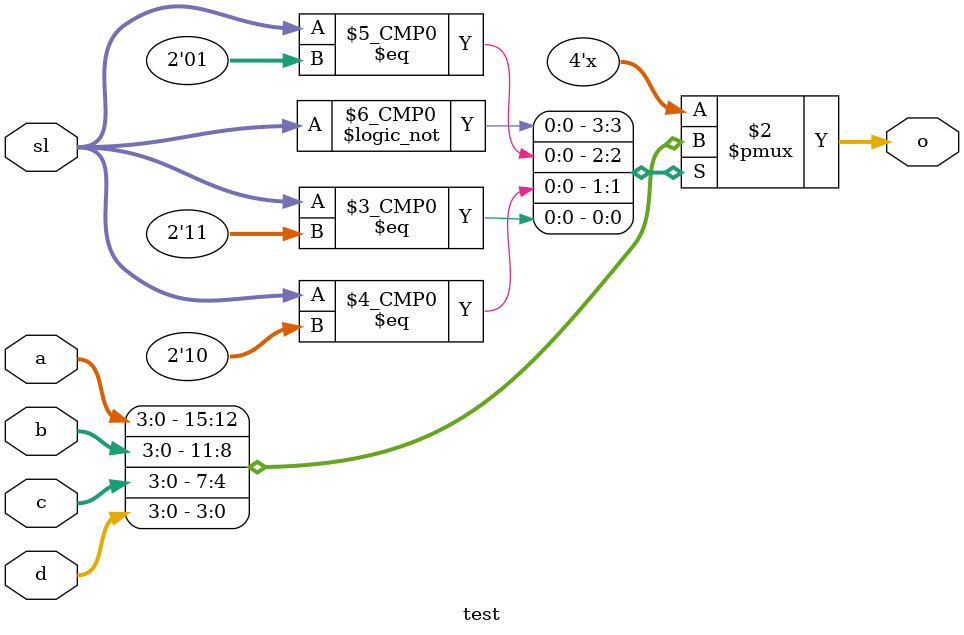
<source format=v>
module test (o, a, b, d, c, sl);
  input [3:0] a, b, d, c;
  input [1:0] sl;
  output [3:0] o;
  reg [3:0] o;
  always @*
    case (sl)
      'b00: o = a;
      'b01: o = b;
      'b10: o = c;
      'b11: o = d;
    endcase
endmodule

</source>
